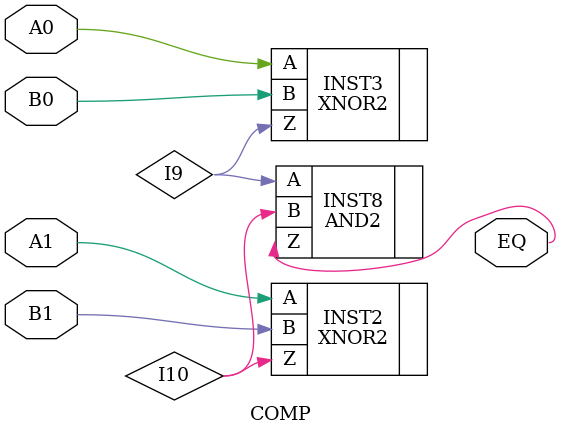
<source format=v>
`resetall
`timescale 1 ns / 100 ps

/* Created by DB2VERILOG Version 1.0.1.1 on Fri May 13 16:31:57 1994 */
/* module compiled from "lsl2db 3.6.4" run */

`celldefine
module COMP (A0, A1, B0, B1, EQ);
input  A0, A1, B0, B1;
output EQ;
XNOR2 INST2 (.A(A1), .B(B1), .Z(I10));
XNOR2 INST3 (.A(A0), .B(B0), .Z(I9));
AND2 INST8 (.A(I9), .B(I10), .Z(EQ));

endmodule
`endcelldefine

</source>
